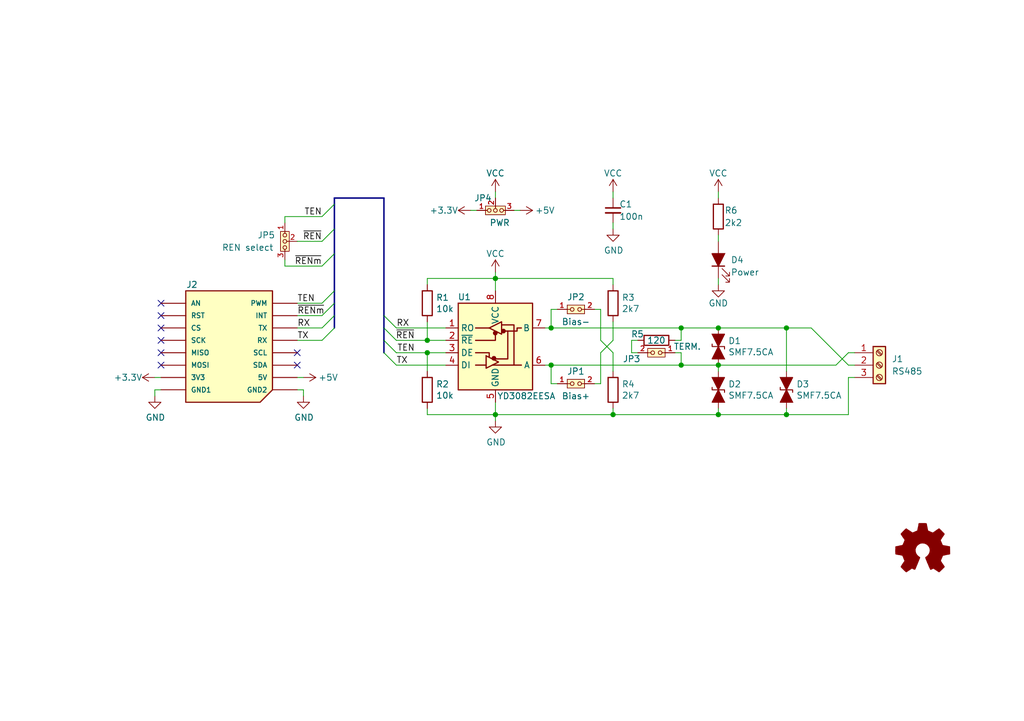
<source format=kicad_sch>
(kicad_sch (version 20230121) (generator eeschema)
  (paper "A5")
  (title_block (title "RS485 Click") (date "2023-08-25") (rev "1.0") (company "© 2023 MPro") (comment 1 "Designed by MPro") (comment 4 "Licensed under CERN-OHL-P v2 or any later version"))
  (lib_symbols
    (symbol "Connector:Screw_Terminal_01x03" (pin_names (offset 1.016) hide)
      (property "Reference" "J" (at 0 5.08 0))
      (property "Value" "Screw_Terminal_01x03" (at 0 -5.08 0))
      (symbol "Screw_Terminal_01x03_1_1"
        (rectangle (start -1.27 3.81) (end 1.27 -3.81) (stroke (width 0.254)) (fill (type background)))
        (circle (center 0 -2.54) (radius 0.635) (stroke (width 0.1524)))
        (polyline (pts (xy -0.5334 -2.2098) (xy 0.3302 -3.048)) (stroke (width 0.1524)))
        (polyline (pts (xy -0.5334 0.3302) (xy 0.3302 -0.508)) (stroke (width 0.1524)))
        (polyline (pts (xy -0.5334 2.8702) (xy 0.3302 2.032)) (stroke (width 0.1524)))
        (polyline (pts (xy -0.3556 -2.032) (xy 0.508 -2.8702)) (stroke (width 0.1524)))
        (polyline (pts (xy -0.3556 0.508) (xy 0.508 -0.3302)) (stroke (width 0.1524)))
        (polyline (pts (xy -0.3556 3.048) (xy 0.508 2.2098)) (stroke (width 0.1524)))
        (circle (center 0 0) (radius 0.635) (stroke (width 0.1524)))
        (circle (center 0 2.54) (radius 0.635) (stroke (width 0.1524)))
        (pin passive line (at -5.08 2.54 0) (length 3.81) (name "Pin_1") (number "1"))
        (pin passive line (at -5.08 0 0) (length 3.81) (name "Pin_2") (number "2"))
        (pin passive line (at -5.08 -2.54 0) (length 3.81) (name "Pin_3") (number "3"))
      )
    )
    (symbol "Device:C_Small" (pin_numbers hide) (pin_names (offset 0.254) hide)
      (property "Reference" "C" (at 0.254 1.778 0))
      (property "Value" "C_Small" (at 0.254 -2.032 0))
      (symbol "C_Small_0_1"
        (polyline (pts (xy -1.524 -0.508) (xy 1.524 -0.508)) (stroke (width 0.3302)))
        (polyline (pts (xy -1.524 0.508) (xy 1.524 0.508)) (stroke (width 0.3048)))
      )
      (symbol "C_Small_1_1"
        (pin passive line (at 0 2.54 270) (length 2.032) (name "~") (number "1"))
        (pin passive line (at 0 -2.54 90) (length 2.032) (name "~") (number "2"))
      )
    )
    (symbol "Device:LED_Filled" (pin_numbers hide) (pin_names (offset 1.016) hide)
      (property "Reference" "D" (at 0 2.54 0))
      (property "Value" "LED_Filled" (at 0 -2.54 0))
      (symbol "LED_Filled_0_1"
        (polyline (pts (xy -1.27 -1.27) (xy -1.27 1.27)) (stroke (width 0.254)))
        (polyline (pts (xy -1.27 0) (xy 1.27 0)))
        (polyline (pts (xy 1.27 -1.27) (xy 1.27 1.27) (xy -1.27 0) (xy 1.27 -1.27)) (stroke (width 0.254)) (fill (type outline)))
        (polyline (pts (xy -3.048 -0.762) (xy -4.572 -2.286) (xy -3.81 -2.286) (xy -4.572 -2.286) (xy -4.572 -1.524)))
        (polyline (pts (xy -1.778 -0.762) (xy -3.302 -2.286) (xy -2.54 -2.286) (xy -3.302 -2.286) (xy -3.302 -1.524)))
      )
      (symbol "LED_Filled_1_1"
        (pin passive line (at -3.81 0 0) (length 2.54) (name "K") (number "1"))
        (pin passive line (at 3.81 0 180) (length 2.54) (name "A") (number "2"))
      )
    )
    (symbol "Device:R" (pin_numbers hide) (pin_names (offset 0))
      (property "Reference" "R" (at 2.032 0 90))
      (property "Value" "R" (at 0 0 90))
      (symbol "R_0_1"
        (rectangle (start -1.016 -2.54) (end 1.016 2.54) (stroke (width 0.254)))
      )
      (symbol "R_1_1"
        (pin passive line (at 0 3.81 270) (length 1.27) (name "~") (number "1"))
        (pin passive line (at 0 -3.81 90) (length 1.27) (name "~") (number "2"))
      )
    )
    (symbol "archive:Device_D_TVS_ALT" (pin_numbers hide) (pin_names (offset 1.016) hide)
      (property "Reference" "D" (at 0 2.54 0))
      (property "Value" "Device_D_TVS_ALT" (at 0 -2.54 0))
      (symbol "Device_D_TVS_ALT_0_1"
        (polyline (pts (xy 1.27 0) (xy -1.27 0)))
        (polyline (pts (xy -2.54 -1.27) (xy 0 0) (xy -2.54 1.27) (xy -2.54 -1.27)) (stroke (width 0.2032)) (fill (type outline)))
        (polyline (pts (xy 0.508 1.27) (xy 0 1.27) (xy 0 -1.27) (xy -0.508 -1.27)) (stroke (width 0.2032)))
        (polyline (pts (xy 2.54 1.27) (xy 2.54 -1.27) (xy 0 0) (xy 2.54 1.27)) (stroke (width 0.2032)) (fill (type outline)))
      )
      (symbol "Device_D_TVS_ALT_1_1"
        (pin passive line (at -3.81 0 0) (length 2.54) (name "A1") (number "1"))
        (pin passive line (at 3.81 0 180) (length 2.54) (name "A2") (number "2"))
      )
    )
    (symbol "archive:Device_R" (pin_numbers hide) (pin_names (offset 0))
      (property "Reference" "R" (at 2.032 0 90))
      (property "Value" "Device_R" (at 0 0 90))
      (symbol "Device_R_0_1"
        (rectangle (start -1.016 -2.54) (end 1.016 2.54) (stroke (width 0.254)))
      )
      (symbol "Device_R_1_1"
        (pin passive line (at 0 3.81 270) (length 1.27) (name "~") (number "1"))
        (pin passive line (at 0 -3.81 90) (length 1.27) (name "~") (number "2"))
      )
    )
    (symbol "archive:Graphic_Logo_Open_Hardware_Small" (pin_names (offset 1.016))
      (symbol "Graphic_Logo_Open_Hardware_Small_0_1"
        (polyline (pts (xy 3.3528 -4.3434) (xy 3.302 -4.318) (xy 3.175 -4.2418) (xy 2.9972 -4.1148) (xy 2.7686 -3.9624) (xy 2.54 -3.81) (xy 2.3622 -3.7084) (xy 2.2352 -3.6068) (xy 2.1844 -3.5814) (xy 2.159 -3.6068) (xy 2.0574 -3.6576) (xy 1.905 -3.7338) (xy 1.8034 -3.7846) (xy 1.6764 -3.8354) (xy 1.6002 -3.8354) (xy 1.6002 -3.8354) (xy 1.5494 -3.7338) (xy 1.4732 -3.5306) (xy 1.3462 -3.302) (xy 1.2446 -3.0226) (xy 1.1176 -2.7178) (xy 0.9652 -2.413) (xy 0.8636 -2.1082) (xy 0.7366 -1.8288) (xy 0.6604 -1.6256) (xy 0.6096 -1.4732) (xy 0.5842 -1.397) (xy 0.5842 -1.397) (xy 0.6604 -1.3208) (xy 0.7874 -1.2446) (xy 1.0414 -1.016) (xy 1.2954 -0.6858) (xy 1.4478 -0.3302) (xy 1.524 0.0762) (xy 1.4732 0.4572) (xy 1.3208 0.8128) (xy 1.0668 1.143) (xy 0.762 1.3716) (xy 0.4064 1.524) (xy 0 1.5748) (xy -0.381 1.5494) (xy -0.7366 1.397) (xy -1.0668 1.143) (xy -1.2192 0.9906) (xy -1.397 0.6604) (xy -1.524 0.3048) (xy -1.524 0.2286) (xy -1.4986 -0.1778) (xy -1.397 -0.5334) (xy -1.1938 -0.8636) (xy -0.9144 -1.143) (xy -0.8636 -1.1684) (xy -0.7366 -1.27) (xy -0.635 -1.3462) (xy -0.5842 -1.397) (xy -1.0668 -2.5908) (xy -1.143 -2.794) (xy -1.2954 -3.1242) (xy -1.397 -3.4036) (xy -1.4986 -3.6322) (xy -1.5748 -3.7846) (xy -1.6002 -3.8354) (xy -1.6002 -3.8354) (xy -1.651 -3.8354) (xy -1.7272 -3.81) (xy -1.905 -3.7338) (xy -2.0066 -3.683) (xy -2.1336 -3.6068) (xy -2.2098 -3.5814) (xy -2.2606 -3.6068) (xy -2.3622 -3.683) (xy -2.54 -3.81) (xy -2.7686 -3.9624) (xy -2.9718 -4.0894) (xy -3.1496 -4.2164) (xy -3.302 -4.318) (xy -3.3528 -4.3434) (xy -3.3782 -4.3434) (xy -3.429 -4.318) (xy -3.5306 -4.2164) (xy -3.7084 -4.064) (xy -3.937 -3.8354) (xy -3.9624 -3.81) (xy -4.1656 -3.6068) (xy -4.318 -3.4544) (xy -4.4196 -3.3274) (xy -4.445 -3.2766) (xy -4.445 -3.2766) (xy -4.4196 -3.2258) (xy -4.318 -3.0734) (xy -4.2164 -2.8956) (xy -4.064 -2.667) (xy -3.6576 -2.0828) (xy -3.8862 -1.5494) (xy -3.937 -1.3716) (xy -4.0386 -1.1684) (xy -4.0894 -1.0414) (xy -4.1148 -0.9652) (xy -4.191 -0.9398) (xy -4.318 -0.9144) (xy -4.5466 -0.8636) (xy -4.8006 -0.8128) (xy -5.0546 -0.7874) (xy -5.2578 -0.7366) (xy -5.4356 -0.7112) (xy -5.5118 -0.6858) (xy -5.5118 -0.6858) (xy -5.5372 -0.635) (xy -5.5372 -0.5588) (xy -5.5372 -0.4318) (xy -5.5626 -0.2286) (xy -5.5626 0.0762) (xy -5.5626 0.127) (xy -5.5372 0.4064) (xy -5.5372 0.635) (xy -5.5372 0.762) (xy -5.5372 0.8382) (xy -5.5372 0.8382) (xy -5.461 0.8382) (xy -5.3086 0.889) (xy -5.08 0.9144) (xy -4.826 0.9652) (xy -4.8006 0.9906) (xy -4.5466 1.0414) (xy -4.318 1.0668) (xy -4.1656 1.1176) (xy -4.0894 1.143) (xy -4.0894 1.143) (xy -4.0386 1.2446) (xy -3.9624 1.4224) (xy -3.8608 1.6256) (xy -3.7846 1.8288) (xy -3.7084 2.0066) (xy -3.6576 2.159) (xy -3.6322 2.2098) (xy -3.6322 2.2098) (xy -3.683 2.286) (xy -3.7592 2.413) (xy -3.8862 2.5908) (xy -4.064 2.8194) (xy -4.064 2.8448) (xy -4.2164 3.0734) (xy -4.3434 3.2512) (xy -4.4196 3.3782) (xy -4.445 3.4544) (xy -4.445 3.4544) (xy -4.3942 3.5052) (xy -4.2926 3.6322) (xy -4.1148 3.81) (xy -3.937 4.0132) (xy -3.8608 4.064) (xy -3.6576 4.2926) (xy -3.5052 4.4196) (xy -3.4036 4.4958) (xy -3.3528 4.5212) (xy -3.3528 4.5212) (xy -3.302 4.4704) (xy -3.1496 4.3688) (xy -2.9718 4.2418) (xy -2.7432 4.0894) (xy -2.7178 4.0894) (xy -2.4892 3.937) (xy -2.3114 3.81) (xy -2.1844 3.7084) (xy -2.1336 3.683) (xy -2.1082 3.683) (xy -2.032 3.7084) (xy -1.8542 3.7592) (xy -1.6764 3.8354) (xy -1.4732 3.937) (xy -1.27 4.0132) (xy -1.143 4.064) (xy -1.0668 4.1148) (xy -1.0668 4.1148) (xy -1.0414 4.191) (xy -1.016 4.3434) (xy -0.9652 4.572) (xy -0.9144 4.8514) (xy -0.889 4.9022) (xy -0.8382 5.1562) (xy -0.8128 5.3848) (xy -0.7874 5.5372) (xy -0.762 5.588) (xy -0.7112 5.6134) (xy -0.5842 5.6134) (xy -0.4064 5.6134) (xy -0.1524 5.6134) (xy 0.0762 5.6134) (xy 0.3302 5.6134) (xy 0.5334 5.6134) (xy 0.6858 5.588) (xy 0.7366 5.588) (xy 0.7366 5.588) (xy 0.762 5.5118) (xy 0.8128 5.334) (xy 0.8382 5.1054) (xy 0.9144 4.826) (xy 0.9144 4.7752) (xy 0.9652 4.5212) (xy 1.016 4.2926) (xy 1.0414 4.1402) (xy 1.0668 4.0894) (xy 1.0668 4.0894) (xy 1.1938 4.0386) (xy 1.3716 3.9624) (xy 1.5748 3.8608) (xy 2.0828 3.6576) (xy 2.7178 4.0894) (xy 2.7686 4.1402) (xy 2.9972 4.2926) (xy 3.175 4.4196) (xy 3.302 4.4958) (xy 3.3782 4.5212) (xy 3.3782 4.5212) (xy 3.429 4.4704) (xy 3.556 4.3434) (xy 3.7338 4.191) (xy 3.9116 3.9878) (xy 4.064 3.8354) (xy 4.2418 3.6576) (xy 4.3434 3.556) (xy 4.4196 3.4798) (xy 4.4196 3.429) (xy 4.4196 3.4036) (xy 4.3942 3.3274) (xy 4.2926 3.2004) (xy 4.1656 2.9972) (xy 4.0132 2.794) (xy 3.8862 2.5908) (xy 3.7592 2.3876) (xy 3.6576 2.2352) (xy 3.6322 2.159) (xy 3.6322 2.1336) (xy 3.683 2.0066) (xy 3.7592 1.8288) (xy 3.8608 1.6002) (xy 4.064 1.1176) (xy 4.3942 1.0414) (xy 4.5974 1.016) (xy 4.8768 0.9652) (xy 5.1308 0.9144) (xy 5.5372 0.8382) (xy 5.5626 -0.6604) (xy 5.4864 -0.6858) (xy 5.4356 -0.6858) (xy 5.2832 -0.7366) (xy 5.0546 -0.762) (xy 4.8006 -0.8128) (xy 4.5974 -0.8636) (xy 4.3688 -0.9144) (xy 4.2164 -0.9398) (xy 4.1402 -0.9398) (xy 4.1148 -0.9652) (xy 4.064 -1.0668) (xy 3.9878 -1.2446) (xy 3.9116 -1.4478) (xy 3.81 -1.651) (xy 3.7338 -1.8542) (xy 3.683 -2.0066) (xy 3.6576 -2.0828) (xy 3.683 -2.1336) (xy 3.7846 -2.2606) (xy 3.8862 -2.4638) (xy 4.0386 -2.667) (xy 4.191 -2.8956) (xy 4.318 -3.0734) (xy 4.3942 -3.2004) (xy 4.445 -3.2766) (xy 4.4196 -3.3274) (xy 4.3434 -3.429) (xy 4.1656 -3.5814) (xy 3.937 -3.8354) (xy 3.8862 -3.8608) (xy 3.683 -4.064) (xy 3.5306 -4.2164) (xy 3.4036 -4.318) (xy 3.3528 -4.3434)) (fill (type outline)))
      )
    )
    (symbol "archive:Interface_UART_ST485EBDR"
      (property "Reference" "U" (at -6.35 8.89 0))
      (property "Value" "Interface_UART_ST485EBDR" (at 1.27 8.89 0))
      (symbol "Interface_UART_ST485EBDR_0_1"
        (rectangle (start -7.62 7.62) (end 7.62 -10.16) (stroke (width 0.254)) (fill (type background)))
        (circle (center -0.3048 -3.683) (radius 0.3556) (stroke (width 0.254)) (fill (type outline)))
        (circle (center -0.0254 1.4986) (radius 0.3556) (stroke (width 0.254)) (fill (type outline)))
        (polyline (pts (xy -4.064 -5.08) (xy -1.905 -5.08)) (stroke (width 0.254)))
        (polyline (pts (xy -4.064 2.54) (xy -1.27 2.54)) (stroke (width 0.254)))
        (polyline (pts (xy -1.27 -3.2004) (xy -1.27 -3.4544)) (stroke (width 0.254)))
        (polyline (pts (xy -0.635 -5.08) (xy 5.334 -5.08)) (stroke (width 0.254)))
        (polyline (pts (xy -4.064 -2.54) (xy -1.27 -2.54) (xy -1.27 -3.175)) (stroke (width 0.254)))
        (polyline (pts (xy 0 1.27) (xy 0 0) (xy -4.064 0)) (stroke (width 0.254)))
        (polyline (pts (xy 1.27 3.175) (xy 3.81 3.175) (xy 3.81 -5.08)) (stroke (width 0.254)))
        (polyline (pts (xy 2.54 1.905) (xy 2.54 -3.81) (xy 0 -3.81)) (stroke (width 0.254)))
        (polyline (pts (xy -1.905 -3.175) (xy -1.905 -5.715) (xy 0.635 -4.445) (xy -1.905 -3.175)) (stroke (width 0.254)))
        (polyline (pts (xy -1.27 2.54) (xy 1.27 3.81) (xy 1.27 1.27) (xy -1.27 2.54)) (stroke (width 0.254)))
        (polyline (pts (xy 1.905 1.905) (xy 4.445 1.905) (xy 4.445 2.54) (xy 5.334 2.54)) (stroke (width 0.254)))
        (rectangle (start 1.27 3.175) (end 1.27 3.175))
        (circle (center 1.651 1.905) (radius 0.3556) (stroke (width 0.254)) (fill (type outline)))
      )
      (symbol "Interface_UART_ST485EBDR_1_1"
        (pin output line (at -10.16 2.54 0) (length 2.54) (name "RO") (number "1"))
        (pin input line (at -10.16 0 0) (length 2.54) (name "~{RE}") (number "2"))
        (pin input line (at -10.16 -2.54 0) (length 2.54) (name "DE") (number "3"))
        (pin input line (at -10.16 -5.08 0) (length 2.54) (name "DI") (number "4"))
        (pin power_in line (at 0 -12.7 90) (length 2.54) (name "GND") (number "5"))
        (pin bidirectional line (at 10.16 -5.08 180) (length 2.54) (name "A") (number "6"))
        (pin bidirectional line (at 10.16 2.54 180) (length 2.54) (name "B") (number "7"))
        (pin power_in line (at 0 10.16 270) (length 2.54) (name "VCC") (number "8"))
      )
    )
    (symbol "archive:power_+5V" (power) (pin_names (offset 0))
      (property "Value" "power_+5V" (at 0 3.556 0))
      (symbol "power_+5V_0_1"
        (polyline (pts (xy -0.762 1.27) (xy 0 2.54)))
        (polyline (pts (xy 0 0) (xy 0 2.54)))
        (polyline (pts (xy 0 2.54) (xy 0.762 1.27)))
      )
      (symbol "power_+5V_1_1"
        (pin power_in line (at 0 0 90) (length 0) hide (name "+5V") (number "1"))
      )
    )
    (symbol "archive:power_GND" (power) (pin_names (offset 0))
      (property "Value" "power_GND" (at 0 -3.81 0))
      (symbol "power_GND_0_1"
        (polyline (pts (xy 0 0) (xy 0 -1.27) (xy 1.27 -1.27) (xy 0 -2.54) (xy -1.27 -1.27) (xy 0 -1.27)))
      )
      (symbol "power_GND_1_1"
        (pin power_in line (at 0 0 270) (length 0) hide (name "GND") (number "1"))
      )
    )
    (symbol "diy-modules:mikroBUS_module_connector" (pin_numbers hide) (pin_names (offset 1.016))
      (property "Reference" "J" (at 0 23.495 0))
      (symbol "mikroBUS_module_connector_0_0"
        (pin bidirectional line (at -5.08 20.32 0) (length 5.08) (name "AN") (number "P1"))
        (pin power_in line (at 22.86 5.08 180) (length 5.08) (name "5V") (number "P10"))
        (pin bidirectional line (at 22.86 7.62 180) (length 5.08) (name "SDA") (number "P11"))
        (pin bidirectional line (at 22.86 10.16 180) (length 5.08) (name "SCL") (number "P12"))
        (pin bidirectional line (at 22.86 12.7 180) (length 5.08) (name "RX") (number "P13"))
        (pin bidirectional line (at 22.86 15.24 180) (length 5.08) (name "TX") (number "P14"))
        (pin bidirectional line (at 22.86 17.78 180) (length 5.08) (name "INT") (number "P15"))
        (pin bidirectional line (at 22.86 20.32 180) (length 5.08) (name "PWM") (number "P16"))
        (pin bidirectional line (at -5.08 17.78 0) (length 5.08) (name "RST") (number "P2"))
        (pin bidirectional line (at -5.08 15.24 0) (length 5.08) (name "CS") (number "P3"))
        (pin bidirectional line (at -5.08 12.7 0) (length 5.08) (name "SCK") (number "P4"))
        (pin bidirectional line (at -5.08 10.16 0) (length 5.08) (name "MISO") (number "P5"))
        (pin bidirectional line (at -5.08 7.62 0) (length 5.08) (name "MOSI") (number "P6"))
        (pin power_in line (at -5.08 5.08 0) (length 5.08) (name "3V3") (number "P7"))
      )
      (symbol "mikroBUS_module_connector_0_1"
        (polyline (pts (xy 17.78 2.54) (xy 15.24 0) (xy 0 0) (xy 0 22.86) (xy 17.78 22.86) (xy 17.78 2.54)) (stroke (width 0.254)) (fill (type background)))
      )
      (symbol "mikroBUS_module_connector_1_0"
        (pin power_in line (at -5.08 2.54 0) (length 5.08) (name "GND1") (number "P8"))
        (pin power_in line (at 22.86 2.54 180) (length 5.08) (name "GND2") (number "P9"))
      )
    )
    (symbol "power:+3.3V" (power) (pin_names (offset 0))
      (property "Value" "+3.3V" (at 0 3.556 0))
      (symbol "+3.3V_0_1"
        (polyline (pts (xy -0.762 1.27) (xy 0 2.54)))
        (polyline (pts (xy 0 0) (xy 0 2.54)))
        (polyline (pts (xy 0 2.54) (xy 0.762 1.27)))
      )
      (symbol "+3.3V_1_1"
        (pin power_in line (at 0 0 90) (length 0) hide (name "+3.3V") (number "1"))
      )
    )
    (symbol "power:GND" (power) (pin_names (offset 0))
      (property "Value" "GND" (at 0 -3.81 0))
      (symbol "GND_0_1"
        (polyline (pts (xy 0 0) (xy 0 -1.27) (xy 1.27 -1.27) (xy 0 -2.54) (xy -1.27 -1.27) (xy 0 -1.27)))
      )
      (symbol "GND_1_1"
        (pin power_in line (at 0 0 270) (length 0) hide (name "GND") (number "1"))
      )
    )
    (symbol "power:VCC" (power) (pin_names (offset 0))
      (property "Value" "VCC" (at 0 3.81 0))
      (symbol "VCC_0_1"
        (polyline (pts (xy -0.762 1.27) (xy 0 2.54)))
        (polyline (pts (xy 0 0) (xy 0 2.54)))
        (polyline (pts (xy 0 2.54) (xy 0.762 1.27)))
      )
      (symbol "VCC_1_1"
        (pin power_in line (at 0 0 90) (length 0) hide (name "VCC") (number "1"))
      )
    )
    (symbol "various:Jumper_2" (pin_names (offset 0) hide)
      (property "Reference" "JP" (at -0.635 1.905 0))
      (property "Value" "Jumper_2" (at 1.27 -2.54 0))
      (symbol "Jumper_2_0_1"
        (polyline (pts (xy 0.127 0) (xy -0.635 0)))
        (polyline (pts (xy 3.175 0) (xy 2.413 0)))
      )
      (symbol "Jumper_2_1_0"
        (rectangle (start -0.508 0.889) (end 3.048 -0.889) (fill (type background)))
        (circle (center 0.508 0) (radius 0.381))
        (circle (center 2.032 0) (radius 0.381))
      )
      (symbol "Jumper_2_1_1"
        (pin passive line (at -2.54 0 0) (length 1.905) (name "A") (number "1"))
        (pin passive line (at 5.08 0 180) (length 1.905) (name "B") (number "2"))
      )
    )
    (symbol "various:Jumper_3" (pin_names (offset 0) hide)
      (property "Reference" "JP" (at -2.54 1.905 0))
      (property "Value" "Jumper_3" (at 5.715 -2.54 0))
      (symbol "Jumper_3_0_1"
        (polyline (pts (xy -1.905 0) (xy -1.651 0)))
        (polyline (pts (xy 0 -0.635) (xy 0 -0.381)))
        (polyline (pts (xy 1.905 0) (xy 1.651 0)))
      )
      (symbol "Jumper_3_1_0"
        (circle (center -1.27 0) (radius 0.381))
        (polyline (pts (xy 3.81 0) (xy 3.81 0)))
        (circle (center 0 0) (radius 0.381))
        (circle (center 1.27 0) (radius 0.381))
      )
      (symbol "Jumper_3_1_1"
        (rectangle (start -2.032 0.889) (end 2.032 -0.889) (fill (type background)))
        (pin passive line (at -3.81 0 0) (length 1.905) (name "A") (number "1"))
        (pin passive line (at 0 -2.54 90) (length 1.905) (name "C") (number "2"))
        (pin passive line (at 3.81 0 180) (length 1.905) (name "B") (number "3"))
      )
    )
  )
  (junction (at 147.32 67.31))
  (junction (at 87.63 72.39))
  (junction (at 147.32 85.09))
  (junction (at 147.32 74.93))
  (junction (at 125.73 85.09))
  (junction (at 101.6 57.15))
  (junction (at 113.03 67.31))
  (junction (at 87.63 69.85))
  (junction (at 161.29 85.09))
  (junction (at 161.29 67.31))
  (junction (at 139.7 67.31))
  (junction (at 101.6 85.09))
  (junction (at 139.7 74.93))
  (junction (at 113.03 74.93))
  (no_connect (at 33.02 74.93))
  (no_connect (at 33.02 67.31))
  (no_connect (at 33.02 62.23))
  (no_connect (at 60.96 74.93))
  (no_connect (at 33.02 64.77))
  (no_connect (at 33.02 69.85))
  (no_connect (at 33.02 72.39))
  (no_connect (at 60.96 72.39))
  (bus_entry (at 81.28 69.85) (size -2.54 -2.54))
  (bus_entry (at 66.04 64.77) (size 2.54 -2.54))
  (bus_entry (at 66.04 54.61) (size 2.54 -2.54))
  (bus_entry (at 81.28 67.31) (size -2.54 -2.54))
  (bus_entry (at 66.04 69.85) (size 2.54 -2.54))
  (bus_entry (at 66.04 49.53) (size 2.54 -2.54))
  (bus_entry (at 66.04 62.23) (size 2.54 -2.54))
  (bus_entry (at 66.04 67.31) (size 2.54 -2.54))
  (bus_entry (at 66.04 44.45) (size 2.54 -2.54))
  (bus_entry (at 81.28 72.39) (size -2.54 -2.54))
  (bus_entry (at 81.28 74.93) (size -2.54 -2.54))
  (wire (pts (xy 87.63 72.39) (xy 91.44 72.39)))
  (wire (pts (xy 171.45 74.93) (xy 173.99 72.39)))
  (wire (pts (xy 101.6 85.09) (xy 101.6 86.36)))
  (bus (pts (xy 78.74 64.77) (xy 78.74 67.31)))
  (bus (pts (xy 68.58 46.99) (xy 68.58 52.07)))
  (wire (pts (xy 96.52 43.18) (xy 97.79 43.18)))
  (wire (pts (xy 62.23 80.01) (xy 62.23 81.28)))
  (wire (pts (xy 31.75 80.01) (xy 33.02 80.01)))
  (wire (pts (xy 60.96 77.47) (xy 62.23 77.47)))
  (wire (pts (xy 60.96 67.31) (xy 66.04 67.31)))
  (bus (pts (xy 78.74 40.64) (xy 78.74 64.77)))
  (wire (pts (xy 101.6 85.09) (xy 87.63 85.09)))
  (wire (pts (xy 129.54 72.39) (xy 130.81 72.39)))
  (wire (pts (xy 139.7 74.93) (xy 147.32 74.93)))
  (wire (pts (xy 147.32 39.37) (xy 147.32 40.64)))
  (wire (pts (xy 123.19 63.5) (xy 123.19 69.85)))
  (bus (pts (xy 78.74 67.31) (xy 78.74 69.85)))
  (wire (pts (xy 60.96 80.01) (xy 62.23 80.01)))
  (wire (pts (xy 113.03 63.5) (xy 113.03 67.31)))
  (wire (pts (xy 58.42 44.45) (xy 66.04 44.45)))
  (wire (pts (xy 60.96 64.77) (xy 66.04 64.77)))
  (wire (pts (xy 125.73 72.39) (xy 123.19 69.85)))
  (bus (pts (xy 68.58 40.64) (xy 78.74 40.64)))
  (wire (pts (xy 161.29 83.82) (xy 161.29 85.09)))
  (wire (pts (xy 139.7 67.31) (xy 147.32 67.31)))
  (wire (pts (xy 147.32 74.93) (xy 171.45 74.93)))
  (wire (pts (xy 101.6 82.55) (xy 101.6 85.09)))
  (bus (pts (xy 68.58 41.91) (xy 68.58 46.99)))
  (wire (pts (xy 125.73 39.37) (xy 125.73 40.64)))
  (wire (pts (xy 81.28 74.93) (xy 91.44 74.93)))
  (wire (pts (xy 161.29 85.09) (xy 147.32 85.09)))
  (bus (pts (xy 68.58 52.07) (xy 68.58 59.69)))
  (wire (pts (xy 87.63 58.42) (xy 87.63 57.15)))
  (wire (pts (xy 139.7 67.31) (xy 139.7 69.85)))
  (wire (pts (xy 123.19 72.39) (xy 123.19 78.74)))
  (wire (pts (xy 87.63 57.15) (xy 101.6 57.15)))
  (wire (pts (xy 161.29 85.09) (xy 173.99 85.09)))
  (wire (pts (xy 147.32 48.26) (xy 147.32 49.53)))
  (wire (pts (xy 125.73 57.15) (xy 125.73 58.42)))
  (bus (pts (xy 68.58 59.69) (xy 68.58 62.23)))
  (wire (pts (xy 60.96 69.85) (xy 66.04 69.85)))
  (wire (pts (xy 101.6 57.15) (xy 101.6 59.69)))
  (wire (pts (xy 113.03 74.93) (xy 113.03 78.74)))
  (bus (pts (xy 68.58 64.77) (xy 68.58 67.31)))
  (wire (pts (xy 125.73 85.09) (xy 147.32 85.09)))
  (wire (pts (xy 138.43 72.39) (xy 139.7 72.39)))
  (bus (pts (xy 78.74 69.85) (xy 78.74 72.39)))
  (wire (pts (xy 81.28 72.39) (xy 87.63 72.39)))
  (wire (pts (xy 87.63 76.2) (xy 87.63 72.39)))
  (wire (pts (xy 111.76 74.93) (xy 113.03 74.93)))
  (wire (pts (xy 31.75 80.01) (xy 31.75 81.28)))
  (wire (pts (xy 173.99 77.47) (xy 173.99 85.09)))
  (wire (pts (xy 60.96 62.23) (xy 66.04 62.23)))
  (wire (pts (xy 125.73 83.82) (xy 125.73 85.09)))
  (wire (pts (xy 81.28 69.85) (xy 87.63 69.85)))
  (wire (pts (xy 87.63 69.85) (xy 91.44 69.85)))
  (wire (pts (xy 125.73 72.39) (xy 125.73 76.2)))
  (wire (pts (xy 125.73 69.85) (xy 123.19 72.39)))
  (wire (pts (xy 139.7 72.39) (xy 139.7 74.93)))
  (wire (pts (xy 58.42 53.34) (xy 58.42 54.61)))
  (wire (pts (xy 173.99 77.47) (xy 175.26 77.47)))
  (wire (pts (xy 129.54 69.85) (xy 129.54 72.39)))
  (wire (pts (xy 173.99 72.39) (xy 175.26 72.39)))
  (wire (pts (xy 125.73 85.09) (xy 101.6 85.09)))
  (wire (pts (xy 60.96 49.53) (xy 66.04 49.53)))
  (wire (pts (xy 173.99 74.93) (xy 175.26 74.93)))
  (wire (pts (xy 58.42 44.45) (xy 58.42 45.72)))
  (wire (pts (xy 161.29 67.31) (xy 161.29 76.2)))
  (wire (pts (xy 147.32 74.93) (xy 147.32 76.2)))
  (wire (pts (xy 58.42 54.61) (xy 66.04 54.61)))
  (bus (pts (xy 68.58 40.64) (xy 68.58 41.91)))
  (wire (pts (xy 31.75 77.47) (xy 33.02 77.47)))
  (wire (pts (xy 113.03 74.93) (xy 139.7 74.93)))
  (wire (pts (xy 113.03 67.31) (xy 139.7 67.31)))
  (wire (pts (xy 161.29 67.31) (xy 166.37 67.31)))
  (bus (pts (xy 68.58 62.23) (xy 68.58 64.77)))
  (wire (pts (xy 138.43 69.85) (xy 139.7 69.85)))
  (wire (pts (xy 123.19 78.74) (xy 121.92 78.74)))
  (wire (pts (xy 81.28 67.31) (xy 91.44 67.31)))
  (wire (pts (xy 101.6 55.88) (xy 101.6 57.15)))
  (wire (pts (xy 147.32 57.15) (xy 147.32 58.42)))
  (wire (pts (xy 147.32 85.09) (xy 147.32 83.82)))
  (wire (pts (xy 147.32 67.31) (xy 161.29 67.31)))
  (wire (pts (xy 87.63 66.04) (xy 87.63 69.85)))
  (wire (pts (xy 114.3 63.5) (xy 113.03 63.5)))
  (wire (pts (xy 105.41 43.18) (xy 106.68 43.18)))
  (wire (pts (xy 123.19 63.5) (xy 121.92 63.5)))
  (wire (pts (xy 101.6 57.15) (xy 125.73 57.15)))
  (wire (pts (xy 87.63 85.09) (xy 87.63 83.82)))
  (wire (pts (xy 111.76 67.31) (xy 113.03 67.31)))
  (wire (pts (xy 125.73 66.04) (xy 125.73 69.85)))
  (wire (pts (xy 125.73 45.72) (xy 125.73 46.99)))
  (wire (pts (xy 101.6 39.37) (xy 101.6 40.64)))
  (wire (pts (xy 129.54 69.85) (xy 130.81 69.85)))
  (wire (pts (xy 113.03 78.74) (xy 114.3 78.74)))
  (wire (pts (xy 166.37 67.31) (xy 173.99 74.93)))
  (label "TEN" (at 85.09 72.39 180))
  (label "TX" (at 60.96 69.85 0))
  (label "TX" (at 81.28 74.93 0))
  (label "TEN" (at 66.04 44.45 180))
  (label "~{RENm}" (at 60.96 64.77 0))
  (label "~{RENm}" (at 66.04 54.61 180))
  (label "RX" (at 81.28 67.31 0))
  (label "~{REN}" (at 66.04 49.53 180))
  (label "RX" (at 60.96 67.31 0))
  (label "~{REN}" (at 85.09 69.85 180))
  (label "TEN" (at 60.96 62.23 0))
  (symbol (lib_id "various:Jumper_3") (at 101.6 43.18 0) (mirror x) (unit 1)
    (property "Reference" "JP4" (at 99.06 40.64 0))
    (property "Value" "PWR" (at 102.489 45.72 0))
    (property "Footprint" "footprints:PinHeader_1x03_P2.54mm_Vertical" (effects hide))
    (property "LCSC" "-----" (effects hide))
    (property "Package/Case" "3-pin 2.54mm" (effects hide))
  )
  (symbol (lib_id "archive:power_GND") (at 101.6 86.36 0) (unit 1)
    (property "Reference" "#PWR02" (effects hide))
    (property "Value" "GND" (at 101.727 90.7542 0))
  )
  (symbol (lib_id "power:VCC") (at 147.32 39.37 0) (unit 1)
    (property "Reference" "#PWR013" (effects hide))
    (property "Value" "VCC" (at 147.32 35.56 0))
  )
  (symbol (lib_id "archive:power_GND") (at 31.75 81.28 0) (unit 1)
    (property "Reference" "#PWR08" (effects hide))
    (property "Value" "GND" (at 31.877 85.6742 0))
  )
  (symbol (lib_id "archive:Device_R") (at 125.73 80.01 0) (unit 1)
    (property "Reference" "R4" (at 127.508 78.8416 0) (effects (justify left)))
    (property "Value" "2k7" (at 127.508 81.153 0) (effects (justify left)))
    (property "Footprint" "footprints:R_0805_2012Metric" (effects hide))
    (property "LCSC" "C17530" (effects hide))
    (property "Package/Case" "0805" (effects hide))
  )
  (symbol (lib_id "archive:power_GND") (at 62.23 81.28 0) (unit 1)
    (property "Reference" "#PWR09" (effects hide))
    (property "Value" "GND" (at 62.357 85.6742 0))
  )
  (symbol (lib_id "archive:Device_R") (at 125.73 62.23 0) (unit 1)
    (property "Reference" "R3" (at 127.508 61.0616 0) (effects (justify left)))
    (property "Value" "2k7" (at 127.508 63.373 0) (effects (justify left)))
    (property "Footprint" "footprints:R_0805_2012Metric" (effects hide))
    (property "LCSC" "C17530" (effects hide))
    (property "Package/Case" "0805" (effects hide))
  )
  (symbol (lib_id "Device:C_Small") (at 125.73 43.18 0) (unit 1)
    (property "Reference" "C1" (at 127 41.91 0) (effects (justify left)))
    (property "Value" "100n" (at 127 44.45 0) (effects (justify left)))
    (property "Footprint" "footprints:C_0805_2012Metric" (effects hide))
    (property "LCSC" "C49678" (effects hide))
    (property "Package/Case" "0805" (effects hide))
  )
  (symbol (lib_id "various:Jumper_2") (at 135.89 72.39 180) (unit 1)
    (property "Reference" "JP3" (at 129.54 73.66 0))
    (property "Value" "TERM." (at 140.97 71.12 0))
    (property "Footprint" "footprints:PinHeader_1x02_P2.54mm_Vertical" (effects hide))
    (property "LCSC" "-----" (effects hide))
    (property "Package/Case" "2-pin 2.54mm" (effects hide))
  )
  (symbol (lib_id "power:VCC") (at 101.6 55.88 0) (unit 1)
    (property "Reference" "#PWR05" (effects hide))
    (property "Value" "VCC" (at 101.6 52.07 0))
  )
  (symbol (lib_id "Connector:Screw_Terminal_01x03") (at 180.34 74.93 0) (unit 1)
    (property "Reference" "J1" (at 182.88 73.66 0) (effects (justify left)))
    (property "Value" "RS485" (at 182.88 76.2 0) (effects (justify left)))
    (property "Footprint" "footprints:TerminalBlock_MetzConnect_Type086_RT03403HBLC_1x03_P3.81mm_Horizontal" (effects hide))
    (property "LCSC" "-----" (effects hide))
    (property "Package/Case" "KF128-3.81mm" (effects hide))
  )
  (symbol (lib_id "diy-modules:mikroBUS_module_connector") (at 38.1 82.55 0) (unit 1) (in_bom no)
    (property "Reference" "J2" (at 39.37 58.42 0))
    (property "Value" "RS485 Click v1.0 by MPro" (effects hide))
    (property "Footprint" "footprints:mikroBUS_module_M" (effects hide))
    (property "Datasheet" "https://download.mikroe.com/documents/standards/mikrobus/mikrobus-standard-specification-v200.pdf" (effects hide))
    (property "LCSC" "-----" (effects hide))
    (property "Package/Case" "(2x) pin 1x8 2.54mm" (effects hide))
  )
  (symbol (lib_id "various:Jumper_2") (at 116.84 63.5 0) (unit 1)
    (property "Reference" "JP2" (at 118.11 60.96 0))
    (property "Value" "Bias-" (at 118.11 66.04 0))
    (property "Footprint" "footprints:PinHeader_1x02_P2.54mm_Vertical" (effects hide))
    (property "LCSC" "-----" (effects hide))
    (property "Package/Case" "2-pin 2.54mm" (effects hide))
  )
  (symbol (lib_id "archive:Device_R") (at 134.62 69.85 90) (unit 1)
    (property "Reference" "R5" (at 132.08 68.58 90) (effects (justify left)))
    (property "Value" "120" (at 134.62 69.85 90))
    (property "Footprint" "footprints:R_0805_2012Metric" (effects hide))
    (property "LCSC" "C17437" (effects hide))
    (property "Package/Case" "0805" (effects hide))
  )
  (symbol (lib_id "power:GND") (at 147.32 58.42 0) (unit 1)
    (property "Reference" "#PWR012" (effects hide))
    (property "Value" "GND" (at 147.32 62.23 0))
  )
  (symbol (lib_id "archive:Graphic_Logo_Open_Hardware_Small") (at 189.23 113.03 0) (unit 1) (in_bom no)
    (property "Reference" "LOGO1" (effects hide))
    (property "Value" "Logo_Open_Hardware_Small" (effects hide))
    (property "Footprint" "footprints:OSHW-Logo2_7.3x6mm_SilkScreen" (effects hide))
  )
  (symbol (lib_id "archive:Interface_UART_ST485EBDR") (at 101.6 69.85 0) (unit 1)
    (property "Reference" "U1" (at 95.25 60.96 0))
    (property "Value" "YD3082EESA" (at 107.95 81.28 0))
    (property "Footprint" "footprints:SO-8_3.9x4.9mm_P1.27mm" (effects hide))
    (property "Datasheet" "https://datasheet.lcsc.com/lcsc/2006151006_GATEMODE-YD3082EESA_C269866.pdf" (effects hide))
    (property "LCSC" "C269866" (effects hide))
    (property "Package/Case" "SO-8 (150 mils)" (effects hide))
  )
  (symbol (lib_id "archive:power_+5V") (at 106.68 43.18 270) (unit 1)
    (property "Reference" "#PWR01" (effects hide))
    (property "Value" "+5V" (at 111.76 43.18 90))
  )
  (symbol (lib_id "archive:power_+5V") (at 62.23 77.47 270) (unit 1)
    (property "Reference" "#PWR06" (effects hide))
    (property "Value" "+5V" (at 67.31 77.47 90))
  )
  (symbol (lib_id "archive:power_GND") (at 125.73 46.99 0) (unit 1)
    (property "Reference" "#PWR011" (effects hide))
    (property "Value" "GND" (at 125.857 51.3842 0))
  )
  (symbol (lib_id "various:Jumper_2") (at 116.84 78.74 0) (unit 1)
    (property "Reference" "JP1" (at 118.11 76.2 0))
    (property "Value" "Bias+" (at 118.11 81.28 0))
    (property "Footprint" "footprints:PinHeader_1x02_P2.54mm_Vertical" (effects hide))
    (property "LCSC" "-----" (effects hide))
    (property "Package/Case" "2-pin 2.54mm" (effects hide))
  )
  (symbol (lib_id "power:+3.3V") (at 96.52 43.18 90) (unit 1)
    (property "Reference" "#PWR03" (effects hide))
    (property "Value" "+3.3V" (at 93.98 43.18 90) (effects (justify left)))
  )
  (symbol (lib_id "archive:Device_R") (at 87.63 80.01 0) (unit 1)
    (property "Reference" "R2" (at 89.408 78.8416 0) (effects (justify left)))
    (property "Value" "10k" (at 89.408 81.153 0) (effects (justify left)))
    (property "Footprint" "footprints:R_0805_2012Metric" (effects hide))
    (property "LCSC" "C17414" (effects hide))
    (property "Package/Case" "0805" (effects hide))
  )
  (symbol (lib_id "various:Jumper_3") (at 58.42 49.53 90) (mirror x) (unit 1)
    (property "Reference" "JP5" (at 54.61 48.26 90))
    (property "Value" "REN select" (at 50.8 50.8 90))
    (property "Footprint" "footprints:PinHeader_1x03_P2.54mm_Vertical" (effects hide))
    (property "LCSC" "-----" (effects hide))
    (property "Package/Case" "3-pin 2.54mm" (effects hide))
  )
  (symbol (lib_id "Device:R") (at 147.32 44.45 0) (unit 1)
    (property "Reference" "R6" (at 148.59 43.18 0) (effects (justify left)))
    (property "Value" "2k2" (at 148.59 45.72 0) (effects (justify left)))
    (property "Footprint" "footprints:R_0805_2012Metric" (effects hide))
    (property "LCSC" "C17520" (effects hide))
    (property "Package/Case" "0805" (effects hide))
  )
  (symbol (lib_id "archive:Device_D_TVS_ALT") (at 147.32 80.01 270) (unit 1)
    (property "Reference" "D2" (at 149.3266 78.8416 90) (effects (justify left)))
    (property "Value" "SMF7.5CA" (at 149.3266 81.153 90) (effects (justify left)))
    (property "Footprint" "footprints:D_SOD-123" (effects hide))
    (property "LCSC" "C123797" (effects hide))
    (property "Package/Case" "SOD-123" (effects hide))
  )
  (symbol (lib_id "archive:Device_D_TVS_ALT") (at 147.32 71.12 270) (unit 1)
    (property "Reference" "D1" (at 149.3266 69.9516 90) (effects (justify left)))
    (property "Value" "SMF7.5CA" (at 149.3266 72.263 90) (effects (justify left)))
    (property "Footprint" "footprints:D_SOD-123" (effects hide))
    (property "LCSC" "C123797" (effects hide))
    (property "Package/Case" "SOD-123" (effects hide))
  )
  (symbol (lib_id "archive:Device_R") (at 87.63 62.23 0) (unit 1)
    (property "Reference" "R1" (at 89.408 61.0616 0) (effects (justify left)))
    (property "Value" "10k" (at 89.408 63.373 0) (effects (justify left)))
    (property "Footprint" "footprints:R_0805_2012Metric" (effects hide))
    (property "LCSC" "C17414" (effects hide))
    (property "Package/Case" "0805" (effects hide))
  )
  (symbol (lib_id "archive:Device_D_TVS_ALT") (at 161.29 80.01 270) (unit 1)
    (property "Reference" "D3" (at 163.2966 78.8416 90) (effects (justify left)))
    (property "Value" "SMF7.5CA" (at 163.2966 81.153 90) (effects (justify left)))
    (property "Footprint" "footprints:D_SOD-123" (effects hide))
    (property "LCSC" "C123797" (effects hide))
    (property "Package/Case" "SOD-123" (effects hide))
  )
  (symbol (lib_id "power:VCC") (at 101.6 39.37 0) (unit 1)
    (property "Reference" "#PWR04" (effects hide))
    (property "Value" "VCC" (at 101.6 35.56 0))
  )
  (symbol (lib_id "power:VCC") (at 125.73 39.37 0) (unit 1)
    (property "Reference" "#PWR010" (effects hide))
    (property "Value" "VCC" (at 125.73 35.56 0))
  )
  (symbol (lib_id "Device:LED_Filled") (at 147.32 53.34 90) (unit 1)
    (property "Reference" "D4" (at 149.86 53.34 90) (effects (justify right)))
    (property "Value" "Power" (at 149.86 55.88 90) (effects (justify right)))
    (property "Footprint" "footprints:LED_0805_2012Metric" (effects hide))
    (property "LCSC" "C2296" (effects hide))
    (property "Package/Case" "0805" (effects hide))
    (property "Colour" "Yellow" (effects hide))
  )
  (symbol (lib_id "power:+3.3V") (at 31.75 77.47 90) (unit 1)
    (property "Reference" "#PWR07" (effects hide))
    (property "Value" "+3.3V" (at 29.21 77.47 90) (effects (justify left)))
  )
)
</source>
